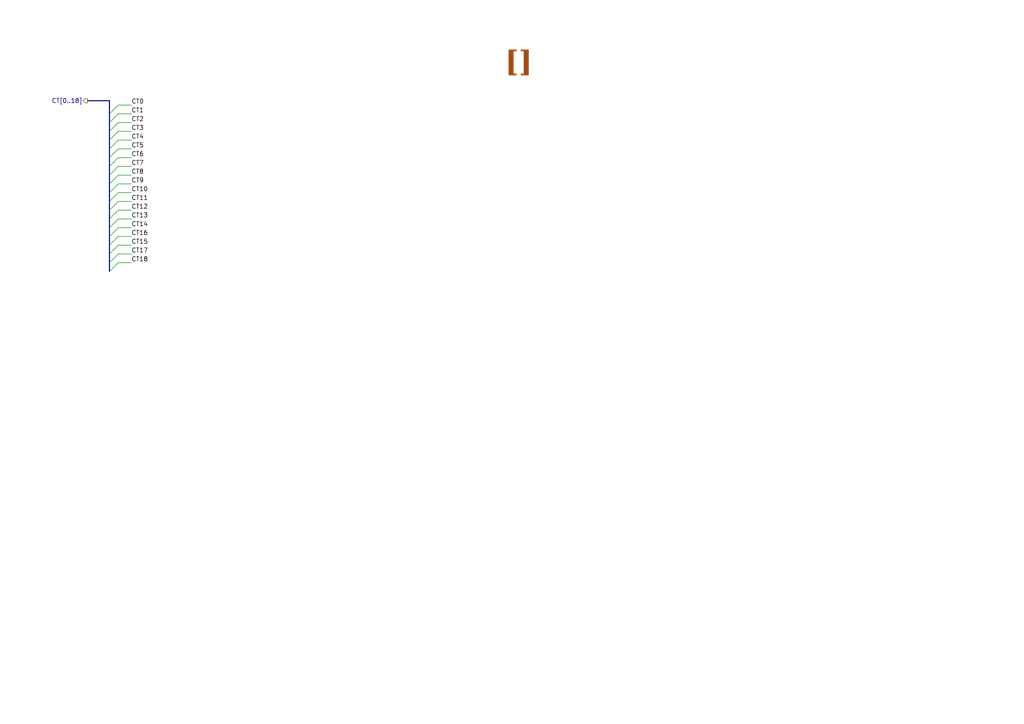
<source format=kicad_sch>
(kicad_sch
	(version 20231120)
	(generator "eeschema")
	(generator_version "8.0")
	(uuid "cf8dd960-f9c0-446b-a8a6-ef7994ca92b5")
	(paper "A4")
	(title_block
		(title "Cell_Sentinel")
		(date "2024-11-05")
		(rev "1.0.0")
	)
	(lib_symbols)
	(bus_entry
		(at 31.75 53.34)
		(size 2.54 -2.54)
		(stroke
			(width 0)
			(type default)
		)
		(uuid "09ad6f91-8f44-4200-b49a-31575055e945")
	)
	(bus_entry
		(at 31.75 68.58)
		(size 2.54 -2.54)
		(stroke
			(width 0)
			(type default)
		)
		(uuid "15246b6b-adca-4847-b5ac-3c680bc3002f")
	)
	(bus_entry
		(at 31.75 35.56)
		(size 2.54 -2.54)
		(stroke
			(width 0)
			(type default)
		)
		(uuid "1de88c77-2441-42ae-a3e1-dcb2abaaeaaa")
	)
	(bus_entry
		(at 31.75 45.72)
		(size 2.54 -2.54)
		(stroke
			(width 0)
			(type default)
		)
		(uuid "25ad646d-cbe4-4716-856a-1db888bf09cc")
	)
	(bus_entry
		(at 31.75 71.12)
		(size 2.54 -2.54)
		(stroke
			(width 0)
			(type default)
		)
		(uuid "2a936eac-eddd-4173-8bdc-c1c1774d0013")
	)
	(bus_entry
		(at 31.75 40.64)
		(size 2.54 -2.54)
		(stroke
			(width 0)
			(type default)
		)
		(uuid "316abc51-c750-4547-9e85-b1aec03b683e")
	)
	(bus_entry
		(at 31.75 43.18)
		(size 2.54 -2.54)
		(stroke
			(width 0)
			(type default)
		)
		(uuid "445e5e95-77f9-4d0d-8fc7-1ee5e3fb1def")
	)
	(bus_entry
		(at 31.75 55.88)
		(size 2.54 -2.54)
		(stroke
			(width 0)
			(type default)
		)
		(uuid "4c1834ff-78ed-4f84-9bfc-6154afa96ee8")
	)
	(bus_entry
		(at 31.75 66.04)
		(size 2.54 -2.54)
		(stroke
			(width 0)
			(type default)
		)
		(uuid "68bc68c1-b414-4278-a0ce-ec9244bbdeae")
	)
	(bus_entry
		(at 31.75 48.26)
		(size 2.54 -2.54)
		(stroke
			(width 0)
			(type default)
		)
		(uuid "7329fcf7-1ea6-4c32-8ddb-efb939721ebc")
	)
	(bus_entry
		(at 31.75 58.42)
		(size 2.54 -2.54)
		(stroke
			(width 0)
			(type default)
		)
		(uuid "796b2832-ea0f-45da-ac4c-a2ad2fdb66c4")
	)
	(bus_entry
		(at 31.75 33.02)
		(size 2.54 -2.54)
		(stroke
			(width 0)
			(type default)
		)
		(uuid "92825c40-32a0-4877-8598-d43893c72d61")
	)
	(bus_entry
		(at 31.75 50.8)
		(size 2.54 -2.54)
		(stroke
			(width 0)
			(type default)
		)
		(uuid "a58bbb43-416d-4cd5-a5ec-88617fe449a6")
	)
	(bus_entry
		(at 31.75 60.96)
		(size 2.54 -2.54)
		(stroke
			(width 0)
			(type default)
		)
		(uuid "a901d795-ff8b-4c60-b578-1e94dd5f329c")
	)
	(bus_entry
		(at 31.75 78.74)
		(size 2.54 -2.54)
		(stroke
			(width 0)
			(type default)
		)
		(uuid "b5a80de4-9a11-42a6-83b6-97552c6df53e")
	)
	(bus_entry
		(at 31.75 38.1)
		(size 2.54 -2.54)
		(stroke
			(width 0)
			(type default)
		)
		(uuid "d5ded08b-9afa-45eb-be1f-5e8b58bb4cf6")
	)
	(bus_entry
		(at 31.75 63.5)
		(size 2.54 -2.54)
		(stroke
			(width 0)
			(type default)
		)
		(uuid "ea463cde-90c9-4c6a-b3d9-ef8209a59f11")
	)
	(bus_entry
		(at 31.75 73.66)
		(size 2.54 -2.54)
		(stroke
			(width 0)
			(type default)
		)
		(uuid "f3636f3a-d563-4710-95dd-925b6df28149")
	)
	(bus_entry
		(at 31.75 76.2)
		(size 2.54 -2.54)
		(stroke
			(width 0)
			(type default)
		)
		(uuid "fe823b30-e8a2-44df-9e6e-875fe16af622")
	)
	(bus
		(pts
			(xy 31.75 71.12) (xy 31.75 73.66)
		)
		(stroke
			(width 0)
			(type default)
		)
		(uuid "04cc25f8-4b35-4aa3-b1ea-18ffd8df42c1")
	)
	(bus
		(pts
			(xy 31.75 66.04) (xy 31.75 68.58)
		)
		(stroke
			(width 0)
			(type default)
		)
		(uuid "19813b65-c1e0-4ee1-8773-3de155883415")
	)
	(wire
		(pts
			(xy 34.29 33.02) (xy 38.1 33.02)
		)
		(stroke
			(width 0)
			(type default)
		)
		(uuid "1c52b755-abdf-47ed-8a5e-f596fa4f3037")
	)
	(bus
		(pts
			(xy 31.75 58.42) (xy 31.75 60.96)
		)
		(stroke
			(width 0)
			(type default)
		)
		(uuid "1e912c2d-75f8-4ebf-98a5-ef1d34d709e7")
	)
	(bus
		(pts
			(xy 31.75 43.18) (xy 31.75 45.72)
		)
		(stroke
			(width 0)
			(type default)
		)
		(uuid "2040b35f-c870-4b44-a9d7-c62032f7e320")
	)
	(wire
		(pts
			(xy 34.29 68.58) (xy 38.1 68.58)
		)
		(stroke
			(width 0)
			(type default)
		)
		(uuid "213ae16e-df4b-4c98-ba8c-dcf3306976a6")
	)
	(wire
		(pts
			(xy 34.29 76.2) (xy 38.1 76.2)
		)
		(stroke
			(width 0)
			(type default)
		)
		(uuid "2707e86e-9c97-43bd-84c1-4fd6ba8f3939")
	)
	(wire
		(pts
			(xy 34.29 60.96) (xy 38.1 60.96)
		)
		(stroke
			(width 0)
			(type default)
		)
		(uuid "295ccda2-1e5f-4464-ad3e-9fa744a4ebcd")
	)
	(wire
		(pts
			(xy 34.29 43.18) (xy 38.1 43.18)
		)
		(stroke
			(width 0)
			(type default)
		)
		(uuid "2f40e4a5-ee50-4378-b273-9e85999bd16a")
	)
	(bus
		(pts
			(xy 31.75 40.64) (xy 31.75 43.18)
		)
		(stroke
			(width 0)
			(type default)
		)
		(uuid "2f64ae05-53bc-4451-af90-f6f5c1b0f6b0")
	)
	(wire
		(pts
			(xy 34.29 38.1) (xy 38.1 38.1)
		)
		(stroke
			(width 0)
			(type default)
		)
		(uuid "43074685-a349-4480-968c-bd11776ddddf")
	)
	(bus
		(pts
			(xy 31.75 73.66) (xy 31.75 76.2)
		)
		(stroke
			(width 0)
			(type default)
		)
		(uuid "4608fba2-39e7-4b89-9f13-40e0bfeb36aa")
	)
	(bus
		(pts
			(xy 31.75 68.58) (xy 31.75 71.12)
		)
		(stroke
			(width 0)
			(type default)
		)
		(uuid "4f5b641a-b388-45ba-bd66-61b90f4a2a49")
	)
	(wire
		(pts
			(xy 34.29 35.56) (xy 38.1 35.56)
		)
		(stroke
			(width 0)
			(type default)
		)
		(uuid "522b1b9a-4e88-453c-b118-bb87d8bd94c9")
	)
	(bus
		(pts
			(xy 31.75 35.56) (xy 31.75 38.1)
		)
		(stroke
			(width 0)
			(type default)
		)
		(uuid "5aab678c-c171-4ac7-b707-ecc0960041eb")
	)
	(bus
		(pts
			(xy 31.75 53.34) (xy 31.75 55.88)
		)
		(stroke
			(width 0)
			(type default)
		)
		(uuid "683ddcf2-cef0-4442-9dcd-791afe277d53")
	)
	(bus
		(pts
			(xy 31.75 76.2) (xy 31.75 78.74)
		)
		(stroke
			(width 0)
			(type default)
		)
		(uuid "68651d2b-03ab-429b-a57b-a63cb1060dab")
	)
	(bus
		(pts
			(xy 31.75 60.96) (xy 31.75 63.5)
		)
		(stroke
			(width 0)
			(type default)
		)
		(uuid "69458dc0-9b78-48c4-8086-4eb36a15eb0a")
	)
	(wire
		(pts
			(xy 34.29 48.26) (xy 38.1 48.26)
		)
		(stroke
			(width 0)
			(type default)
		)
		(uuid "6b8104b0-4149-48b1-ba15-3650984a72f9")
	)
	(wire
		(pts
			(xy 34.29 30.48) (xy 38.1 30.48)
		)
		(stroke
			(width 0)
			(type default)
		)
		(uuid "7a8b7faa-b5aa-48df-ac18-4f24f9367894")
	)
	(bus
		(pts
			(xy 31.75 29.21) (xy 25.4 29.21)
		)
		(stroke
			(width 0)
			(type default)
		)
		(uuid "7c5953bf-8499-420f-b0a2-752dc247bbd1")
	)
	(wire
		(pts
			(xy 34.29 55.88) (xy 38.1 55.88)
		)
		(stroke
			(width 0)
			(type default)
		)
		(uuid "85b33ef7-ca12-42e0-aae8-15e502c7a260")
	)
	(wire
		(pts
			(xy 34.29 66.04) (xy 38.1 66.04)
		)
		(stroke
			(width 0)
			(type default)
		)
		(uuid "8660d1b9-0ec5-4890-a570-5e619e1f1fb3")
	)
	(wire
		(pts
			(xy 34.29 58.42) (xy 38.1 58.42)
		)
		(stroke
			(width 0)
			(type default)
		)
		(uuid "93f58dbd-5f71-4aec-a061-f07615aba4d8")
	)
	(bus
		(pts
			(xy 31.75 50.8) (xy 31.75 53.34)
		)
		(stroke
			(width 0)
			(type default)
		)
		(uuid "9cc1f8ea-d79e-4fa1-8748-c1dcf57e9a63")
	)
	(wire
		(pts
			(xy 34.29 40.64) (xy 38.1 40.64)
		)
		(stroke
			(width 0)
			(type default)
		)
		(uuid "9e18347d-a7d3-4165-9892-03a96bf4aa62")
	)
	(bus
		(pts
			(xy 31.75 29.21) (xy 31.75 33.02)
		)
		(stroke
			(width 0)
			(type default)
		)
		(uuid "a4b4232a-0705-4e12-9f88-e3ac71d7f6c1")
	)
	(wire
		(pts
			(xy 34.29 53.34) (xy 38.1 53.34)
		)
		(stroke
			(width 0)
			(type default)
		)
		(uuid "ac59433f-c1f1-4881-8ed7-ae87f3a505b8")
	)
	(bus
		(pts
			(xy 31.75 55.88) (xy 31.75 58.42)
		)
		(stroke
			(width 0)
			(type default)
		)
		(uuid "aed11678-a98c-4845-a9c9-a828b29fa72e")
	)
	(bus
		(pts
			(xy 31.75 38.1) (xy 31.75 40.64)
		)
		(stroke
			(width 0)
			(type default)
		)
		(uuid "b10527a6-7277-4e8f-b8a1-a594f83c2738")
	)
	(wire
		(pts
			(xy 34.29 50.8) (xy 38.1 50.8)
		)
		(stroke
			(width 0)
			(type default)
		)
		(uuid "cac1dbf0-4263-4244-885f-630c02bfb498")
	)
	(bus
		(pts
			(xy 31.75 63.5) (xy 31.75 66.04)
		)
		(stroke
			(width 0)
			(type default)
		)
		(uuid "d0a0b502-7f73-4711-a4a6-6b661e961afb")
	)
	(bus
		(pts
			(xy 31.75 45.72) (xy 31.75 48.26)
		)
		(stroke
			(width 0)
			(type default)
		)
		(uuid "d1f5989f-485d-464a-a083-79f2f1df9780")
	)
	(bus
		(pts
			(xy 31.75 48.26) (xy 31.75 50.8)
		)
		(stroke
			(width 0)
			(type default)
		)
		(uuid "d3ba6cbe-a194-425d-946e-7712e7e10f12")
	)
	(wire
		(pts
			(xy 34.29 63.5) (xy 38.1 63.5)
		)
		(stroke
			(width 0)
			(type default)
		)
		(uuid "d44e97a7-ae94-46fc-bb86-9db36e44b869")
	)
	(wire
		(pts
			(xy 34.29 71.12) (xy 38.1 71.12)
		)
		(stroke
			(width 0)
			(type default)
		)
		(uuid "d4d1c752-ad62-4cae-8c71-432e74b6e993")
	)
	(wire
		(pts
			(xy 34.29 73.66) (xy 38.1 73.66)
		)
		(stroke
			(width 0)
			(type default)
		)
		(uuid "df4d2f06-d7cc-48ae-b9b0-fde88140dd31")
	)
	(wire
		(pts
			(xy 34.29 45.72) (xy 38.1 45.72)
		)
		(stroke
			(width 0)
			(type default)
		)
		(uuid "eba42bdd-ac3e-4c15-ba83-4e5b2e73ff9f")
	)
	(bus
		(pts
			(xy 31.75 33.02) (xy 31.75 35.56)
		)
		(stroke
			(width 0)
			(type default)
		)
		(uuid "ee9a9162-841a-42fb-8263-fb7106077ca5")
	)
	(text "[${#}] ${SHEETNAME}"
		(exclude_from_sim no)
		(at 151.892 20.066 0)
		(effects
			(font
				(face "Times New Roman")
				(size 6 6)
				(thickness 1.6)
				(bold yes)
				(color 159 72 15 1)
			)
		)
		(uuid "bdac66d6-635e-449e-b343-ad24bd4c164b")
	)
	(label "CT2"
		(at 38.1 35.56 0)
		(fields_autoplaced yes)
		(effects
			(font
				(size 1.27 1.27)
			)
			(justify left bottom)
		)
		(uuid "02792b2d-f5e2-4116-bd65-ce351a630b29")
	)
	(label "CT4"
		(at 38.1 40.64 0)
		(fields_autoplaced yes)
		(effects
			(font
				(size 1.27 1.27)
			)
			(justify left bottom)
		)
		(uuid "1b6ee952-bd76-4836-a3a5-7bf8c6e8a5c6")
	)
	(label "CT0"
		(at 38.1 30.48 0)
		(fields_autoplaced yes)
		(effects
			(font
				(size 1.27 1.27)
			)
			(justify left bottom)
		)
		(uuid "29abdccb-89f0-40e6-80cf-0d1dd13f09f2")
	)
	(label "CT9"
		(at 38.1 53.34 0)
		(fields_autoplaced yes)
		(effects
			(font
				(size 1.27 1.27)
			)
			(justify left bottom)
		)
		(uuid "2dd61a8d-4869-46a7-b5af-ca907b39b8d0")
	)
	(label "CT16"
		(at 38.1 68.58 0)
		(fields_autoplaced yes)
		(effects
			(font
				(size 1.27 1.27)
			)
			(justify left bottom)
		)
		(uuid "3bee90a6-7374-4ee6-ba08-1fb6c8aed2fe")
	)
	(label "CT5"
		(at 38.1 43.18 0)
		(fields_autoplaced yes)
		(effects
			(font
				(size 1.27 1.27)
			)
			(justify left bottom)
		)
		(uuid "40852dd5-7061-4c82-ae90-2714d0d31e41")
	)
	(label "CT6"
		(at 38.1 45.72 0)
		(fields_autoplaced yes)
		(effects
			(font
				(size 1.27 1.27)
			)
			(justify left bottom)
		)
		(uuid "46640178-59c2-4872-8607-402e36f2e7c6")
	)
	(label "CT15"
		(at 38.1 71.12 0)
		(fields_autoplaced yes)
		(effects
			(font
				(size 1.27 1.27)
			)
			(justify left bottom)
		)
		(uuid "48d1d82a-0fbc-40d4-828d-a4bc6cce649c")
	)
	(label "CT7"
		(at 38.1 48.26 0)
		(fields_autoplaced yes)
		(effects
			(font
				(size 1.27 1.27)
			)
			(justify left bottom)
		)
		(uuid "700f9920-dd6a-4762-8889-96b0fadde772")
	)
	(label "CT8"
		(at 38.1 50.8 0)
		(fields_autoplaced yes)
		(effects
			(font
				(size 1.27 1.27)
			)
			(justify left bottom)
		)
		(uuid "72761f13-5c49-4f60-bd6b-e81a64cf37b4")
	)
	(label "CT14"
		(at 38.1 66.04 0)
		(fields_autoplaced yes)
		(effects
			(font
				(size 1.27 1.27)
			)
			(justify left bottom)
		)
		(uuid "7bb1c4d6-66b7-445b-b249-bfdc0cc8e59f")
	)
	(label "CT11"
		(at 38.1 58.42 0)
		(fields_autoplaced yes)
		(effects
			(font
				(size 1.27 1.27)
			)
			(justify left bottom)
		)
		(uuid "7ed511c7-900a-43f9-b88c-eefeb661be57")
	)
	(label "CT3"
		(at 38.1 38.1 0)
		(fields_autoplaced yes)
		(effects
			(font
				(size 1.27 1.27)
			)
			(justify left bottom)
		)
		(uuid "849c74d5-5c5e-43d6-a056-cd52ca784f38")
	)
	(label "CT12"
		(at 38.1 60.96 0)
		(fields_autoplaced yes)
		(effects
			(font
				(size 1.27 1.27)
			)
			(justify left bottom)
		)
		(uuid "88ed41f7-a3b0-4d29-a7c5-a40739fef5cc")
	)
	(label "CT17"
		(at 38.1 73.66 0)
		(fields_autoplaced yes)
		(effects
			(font
				(size 1.27 1.27)
			)
			(justify left bottom)
		)
		(uuid "aaf2a282-d8c4-43d2-9554-6f9d9c6f60c2")
	)
	(label "CT1"
		(at 38.1 33.02 0)
		(fields_autoplaced yes)
		(effects
			(font
				(size 1.27 1.27)
			)
			(justify left bottom)
		)
		(uuid "e715de92-f95b-48e4-ad5b-db8bf7b5bb4a")
	)
	(label "CT13"
		(at 38.1 63.5 0)
		(fields_autoplaced yes)
		(effects
			(font
				(size 1.27 1.27)
			)
			(justify left bottom)
		)
		(uuid "e8c9b365-72c9-4a3f-9ef9-3a9ebd826b27")
	)
	(label "CT18"
		(at 38.1 76.2 0)
		(fields_autoplaced yes)
		(effects
			(font
				(size 1.27 1.27)
			)
			(justify left bottom)
		)
		(uuid "fd530397-cd06-4272-a491-b129a009a4c8")
	)
	(label "CT10"
		(at 38.1 55.88 0)
		(fields_autoplaced yes)
		(effects
			(font
				(size 1.27 1.27)
			)
			(justify left bottom)
		)
		(uuid "fd96a611-b8d6-4413-a8b6-9a2d7fe22ed7")
	)
	(hierarchical_label "CT[0..18]"
		(shape output)
		(at 25.4 29.21 180)
		(fields_autoplaced yes)
		(effects
			(font
				(size 1.27 1.27)
			)
			(justify right)
		)
		(uuid "e69a94ce-1273-4809-9ee8-42956b7aeee7")
	)
)

</source>
